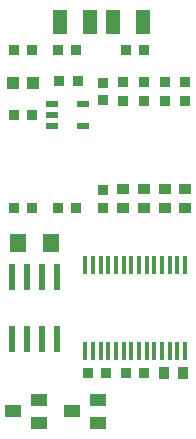
<source format=gtp>
G75*
G70*
%OFA0B0*%
%FSLAX24Y24*%
%IPPOS*%
%LPD*%
%AMOC8*
5,1,8,0,0,1.08239X$1,22.5*
%
%ADD10R,0.0551X0.0630*%
%ADD11R,0.0433X0.0394*%
%ADD12R,0.0354X0.0374*%
%ADD13R,0.0394X0.0374*%
%ADD14R,0.0374X0.0394*%
%ADD15R,0.0374X0.0354*%
%ADD16R,0.0157X0.0591*%
%ADD17R,0.0472X0.0787*%
%ADD18R,0.0433X0.0236*%
%ADD19R,0.0240X0.0870*%
%ADD20R,0.0551X0.0394*%
D10*
X003851Y008424D03*
X004953Y008424D03*
D11*
X004343Y013771D03*
X003674Y013771D03*
D12*
X003713Y014853D03*
X004304Y014853D03*
X005190Y014853D03*
X005780Y014853D03*
X005850Y013821D03*
X005220Y013821D03*
X004304Y012688D03*
X003713Y012688D03*
X003713Y009605D03*
X004304Y009605D03*
X005190Y009605D03*
X005780Y009605D03*
X007453Y014853D03*
X008044Y014853D03*
X008044Y004093D03*
X007453Y004093D03*
X006764Y004093D03*
X006174Y004093D03*
D13*
X007355Y009586D03*
X007355Y010215D03*
X008044Y010215D03*
X008044Y009586D03*
X008733Y009586D03*
X008733Y010215D03*
X009422Y010215D03*
X009422Y009586D03*
D14*
X009343Y004093D03*
X008713Y004093D03*
D15*
X006666Y009605D03*
X006666Y010196D03*
X007355Y013160D03*
X007355Y013790D03*
X008044Y013790D03*
X008044Y013160D03*
X008733Y013160D03*
X008733Y013790D03*
X009422Y013790D03*
X009422Y013160D03*
X006666Y013180D03*
X006666Y013771D03*
D16*
X006597Y007686D03*
X006853Y007686D03*
X007109Y007686D03*
X007365Y007686D03*
X007621Y007686D03*
X007877Y007686D03*
X008133Y007686D03*
X008388Y007686D03*
X008644Y007686D03*
X008900Y007686D03*
X009156Y007686D03*
X009412Y007686D03*
X009412Y004832D03*
X009156Y004832D03*
X008900Y004832D03*
X008644Y004832D03*
X008388Y004832D03*
X008133Y004832D03*
X007877Y004832D03*
X007621Y004832D03*
X007365Y004832D03*
X007109Y004832D03*
X006853Y004832D03*
X006597Y004832D03*
X006341Y004832D03*
X006085Y004832D03*
X006085Y007686D03*
X006341Y007686D03*
D17*
X006229Y015778D03*
X007016Y015778D03*
X008001Y015778D03*
X005245Y015778D03*
D18*
X004973Y013062D03*
X004973Y012688D03*
X004973Y012314D03*
X005997Y012314D03*
X005997Y013062D03*
D19*
X005152Y007289D03*
X004652Y007289D03*
X004152Y007289D03*
X003652Y007289D03*
X003652Y005229D03*
X004152Y005229D03*
X004652Y005229D03*
X005152Y005229D03*
D20*
X003674Y002814D03*
X004540Y003188D03*
X004540Y002440D03*
X005642Y002814D03*
X006509Y003188D03*
X006509Y002440D03*
M02*

</source>
